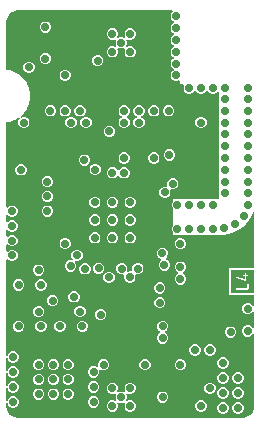
<source format=gbr>
%TF.GenerationSoftware,Altium Limited,Altium Designer,22.11.1 (43)*%
G04 Layer_Physical_Order=4*
G04 Layer_Color=16737945*
%FSLAX45Y45*%
%MOMM*%
%TF.SameCoordinates,68354FB4-E10A-4FE8-B7D5-3B9F33A940C7*%
%TF.FilePolarity,Positive*%
%TF.FileFunction,Copper,L4,Inr,Signal*%
%TF.Part,Single*%
G01*
G75*
%TA.AperFunction,ViaPad*%
%ADD44C,0.70000*%
G36*
X1429224Y3474511D02*
X1434353Y3461811D01*
X1424562Y3452020D01*
X1417300Y3434488D01*
Y3415512D01*
X1424562Y3397980D01*
X1437980Y3384562D01*
X1444471Y3381873D01*
Y3368127D01*
X1437980Y3365438D01*
X1424562Y3352020D01*
X1417300Y3334488D01*
Y3315512D01*
X1424562Y3297980D01*
X1437980Y3284562D01*
X1444471Y3281873D01*
Y3268127D01*
X1437980Y3265438D01*
X1424562Y3252020D01*
X1417300Y3234488D01*
Y3215512D01*
X1424562Y3197980D01*
X1437980Y3184562D01*
X1444471Y3181873D01*
Y3168127D01*
X1437980Y3165438D01*
X1424562Y3152020D01*
X1417300Y3134488D01*
Y3115512D01*
X1424562Y3097980D01*
X1437980Y3084562D01*
X1444471Y3081873D01*
Y3068126D01*
X1437980Y3065438D01*
X1424562Y3052020D01*
X1417300Y3034488D01*
Y3015512D01*
X1424562Y2997980D01*
X1437980Y2984562D01*
X1444471Y2981873D01*
Y2968126D01*
X1437980Y2965438D01*
X1424562Y2952019D01*
X1417300Y2934488D01*
Y2915512D01*
X1424562Y2897980D01*
X1437980Y2884562D01*
X1455512Y2877300D01*
X1474488D01*
X1487300Y2882607D01*
X1500000Y2875948D01*
Y2850000D01*
X1525949D01*
X1532607Y2837300D01*
X1527300Y2824488D01*
Y2805512D01*
X1534562Y2787980D01*
X1547980Y2774562D01*
X1565512Y2767300D01*
X1584488D01*
X1602020Y2774562D01*
X1615438Y2787980D01*
X1618127Y2794471D01*
X1631873D01*
X1634562Y2787980D01*
X1647980Y2774562D01*
X1665512Y2767300D01*
X1684488D01*
X1702020Y2774562D01*
X1715438Y2787980D01*
X1718127Y2794471D01*
X1731873D01*
X1734562Y2787980D01*
X1747980Y2774562D01*
X1765512Y2767300D01*
X1784488D01*
X1802020Y2774562D01*
X1812300Y2784842D01*
X1825000Y2780404D01*
Y1875000D01*
X1575038D01*
X1575000Y1874962D01*
X1435038D01*
Y1852496D01*
X1434562Y1852020D01*
X1427300Y1834488D01*
Y1815512D01*
X1434562Y1797980D01*
X1435038Y1797505D01*
Y1652496D01*
X1434562Y1652020D01*
X1427300Y1634488D01*
Y1615512D01*
X1434562Y1597980D01*
X1435038Y1597505D01*
Y1574924D01*
X1848037D01*
X1866196Y1574923D01*
X1902201Y1579662D01*
X1937281Y1589061D01*
X1970833Y1602958D01*
X2002284Y1621116D01*
X2031096Y1643224D01*
X2056775Y1668903D01*
X2078883Y1697715D01*
X2097041Y1729166D01*
X2110938Y1762718D01*
X2111812Y1765979D01*
X2124512Y1764307D01*
Y1292702D01*
X1912299D01*
Y1067301D01*
X2124512D01*
Y976230D01*
X2111812Y973704D01*
X2110438Y977020D01*
X2097020Y990438D01*
X2079488Y997700D01*
X2060512D01*
X2042980Y990438D01*
X2029562Y977020D01*
X2022300Y959488D01*
Y940512D01*
X2029562Y922980D01*
X2042980Y909562D01*
X2060512Y902300D01*
X2079488D01*
X2097020Y909562D01*
X2110438Y922980D01*
X2111812Y926296D01*
X2124512Y923770D01*
Y786230D01*
X2111812Y783704D01*
X2110438Y787020D01*
X2097020Y800438D01*
X2079488Y807700D01*
X2060512D01*
X2042980Y800438D01*
X2029562Y787020D01*
X2022300Y769488D01*
Y750512D01*
X2029562Y732980D01*
X2042980Y719562D01*
X2060512Y712300D01*
X2079488D01*
X2097020Y719562D01*
X2110438Y732980D01*
X2111812Y736296D01*
X2124512Y733770D01*
Y125000D01*
Y115200D01*
X2120687Y95973D01*
X2113186Y77864D01*
X2102295Y61564D01*
X2088435Y47704D01*
X2072136Y36814D01*
X2054027Y29313D01*
X2034801Y25488D01*
X2025000D01*
X125000Y25488D01*
X115199D01*
X95973Y29312D01*
X77863Y36814D01*
X61564Y47705D01*
X47704Y61565D01*
X36814Y77863D01*
X29312Y95974D01*
X25488Y115199D01*
X25488Y124999D01*
Y147866D01*
X37300Y150011D01*
X44562Y132480D01*
X57980Y119062D01*
X75512Y111800D01*
X94488D01*
X112020Y119062D01*
X125438Y132480D01*
X132700Y150012D01*
Y168988D01*
X125438Y186520D01*
X112020Y199938D01*
X94488Y207200D01*
X75512D01*
X57980Y199938D01*
X44562Y186520D01*
X37300Y168988D01*
X25488Y171133D01*
Y274867D01*
X37300Y277012D01*
X44562Y259480D01*
X57980Y246062D01*
X75512Y238800D01*
X94488D01*
X112020Y246062D01*
X125438Y259480D01*
X132700Y277012D01*
Y295988D01*
X125438Y313520D01*
X112020Y326938D01*
X94488Y334200D01*
X75512D01*
X57980Y326938D01*
X44562Y313520D01*
X37300Y295988D01*
X25488Y298134D01*
Y401867D01*
X37300Y404012D01*
X44562Y386480D01*
X57980Y373062D01*
X75512Y365800D01*
X94488D01*
X112020Y373062D01*
X125438Y386480D01*
X132700Y404012D01*
Y422988D01*
X125438Y440520D01*
X112020Y453938D01*
X94488Y461200D01*
X75512D01*
X57980Y453938D01*
X44562Y440520D01*
X37300Y422988D01*
X25488Y425134D01*
Y528867D01*
X37300Y531012D01*
X44562Y513481D01*
X57980Y500062D01*
X75512Y492800D01*
X94488D01*
X112020Y500062D01*
X125438Y513481D01*
X132700Y531012D01*
Y549988D01*
X125438Y567520D01*
X112020Y580938D01*
X94488Y588200D01*
X75512D01*
X57980Y580938D01*
X44562Y567520D01*
X37300Y549989D01*
X25488Y552134D01*
Y1364225D01*
X38188Y1369354D01*
X47980Y1359562D01*
X65512Y1352300D01*
X84488D01*
X102020Y1359562D01*
X115438Y1372980D01*
X122700Y1390512D01*
Y1409488D01*
X115438Y1427019D01*
X102020Y1440438D01*
X84488Y1447700D01*
X65512D01*
X47980Y1440438D01*
X38188Y1430646D01*
X25488Y1435774D01*
Y1489225D01*
X38188Y1494354D01*
X47980Y1484562D01*
X65512Y1477300D01*
X84488D01*
X102020Y1484562D01*
X115438Y1497980D01*
X122700Y1515512D01*
Y1534488D01*
X115438Y1552020D01*
X102020Y1565438D01*
X84488Y1572700D01*
X65512D01*
X47980Y1565438D01*
X38188Y1555646D01*
X25488Y1560775D01*
Y1614225D01*
X38188Y1619354D01*
X47980Y1609562D01*
X65512Y1602300D01*
X84488D01*
X102020Y1609562D01*
X115438Y1622980D01*
X122700Y1640512D01*
Y1659488D01*
X115438Y1677020D01*
X102020Y1690438D01*
X84488Y1697700D01*
X65512D01*
X47980Y1690438D01*
X38188Y1680646D01*
X25488Y1685775D01*
Y1739225D01*
X38188Y1744354D01*
X47980Y1734562D01*
X65512Y1727300D01*
X84488D01*
X102020Y1734562D01*
X115438Y1747980D01*
X122700Y1765512D01*
Y1784488D01*
X115438Y1802020D01*
X102020Y1815438D01*
X84488Y1822700D01*
X65512D01*
X47980Y1815438D01*
X38188Y1805646D01*
X25488Y1810775D01*
Y2526146D01*
X63029Y2533613D01*
X65349Y2534574D01*
X67811Y2535064D01*
X104033Y2550067D01*
X106120Y2551462D01*
X108440Y2552423D01*
X126435Y2564447D01*
X138606Y2564363D01*
X138609Y2564359D01*
X138609Y2564359D01*
X142346Y2559805D01*
X142160Y2559618D01*
X134562Y2552020D01*
X127300Y2534488D01*
Y2515512D01*
X134562Y2497980D01*
X147980Y2484562D01*
X165512Y2477300D01*
X184488D01*
X202020Y2484562D01*
X215438Y2497980D01*
X222700Y2515512D01*
Y2534488D01*
X215438Y2552020D01*
X202020Y2565438D01*
X184488Y2572700D01*
X165512D01*
X152207Y2567189D01*
X148688Y2572096D01*
X148688D01*
X148685Y2572101D01*
X151532Y2584005D01*
X172625Y2605098D01*
X174019Y2607185D01*
X175795Y2608960D01*
X197577Y2641560D01*
X198538Y2643879D01*
X199933Y2645967D01*
X214936Y2682189D01*
X215426Y2684651D01*
X216387Y2686970D01*
X224036Y2725424D01*
Y2727935D01*
X224525Y2730397D01*
Y2769603D01*
X224036Y2772065D01*
Y2774576D01*
X216387Y2813029D01*
X215426Y2815349D01*
X214936Y2817811D01*
X199933Y2854033D01*
X198538Y2856121D01*
X197577Y2858440D01*
X175795Y2891039D01*
X174020Y2892814D01*
X172625Y2894902D01*
X144902Y2922625D01*
X142815Y2924019D01*
X141039Y2925795D01*
X108440Y2947577D01*
X106121Y2948538D01*
X104033Y2949933D01*
X67811Y2964936D01*
X65349Y2965426D01*
X63029Y2966387D01*
X25488Y2973854D01*
Y3384801D01*
X29313Y3404027D01*
X36813Y3422136D01*
X47705Y3438436D01*
X61565Y3452296D01*
X77863Y3463186D01*
X95973Y3470687D01*
X115200Y3474512D01*
X125000D01*
X1429224Y3474511D01*
D02*
G37*
G36*
X2125000Y1080001D02*
X1924999D01*
Y1280002D01*
X2125000D01*
Y1080001D01*
D02*
G37*
%LPC*%
G36*
X366988Y3380200D02*
X348011D01*
X330480Y3372938D01*
X317062Y3359520D01*
X309800Y3341988D01*
Y3323012D01*
X317062Y3305480D01*
X330480Y3292062D01*
X348011Y3284800D01*
X366988D01*
X384519Y3292062D01*
X397938Y3305480D01*
X405200Y3323012D01*
Y3341988D01*
X397938Y3359520D01*
X384519Y3372938D01*
X366988Y3380200D01*
D02*
G37*
G36*
X1084488Y3322700D02*
X1065512D01*
X1047980Y3315438D01*
X1034562Y3302020D01*
X1027300Y3284488D01*
Y3265512D01*
X1033495Y3250557D01*
X1024443Y3241505D01*
X1009488Y3247700D01*
X990512D01*
X975556Y3241505D01*
X966505Y3250556D01*
X972700Y3265512D01*
Y3284488D01*
X965438Y3302020D01*
X952020Y3315438D01*
X934488Y3322700D01*
X915512D01*
X897980Y3315438D01*
X884562Y3302020D01*
X877300Y3284488D01*
Y3265512D01*
X884562Y3247980D01*
X897980Y3234562D01*
X915512Y3227300D01*
X934488D01*
X949444Y3233495D01*
X958495Y3224444D01*
X952300Y3209488D01*
Y3190512D01*
X958495Y3175557D01*
X949443Y3166505D01*
X934488Y3172700D01*
X915512D01*
X897980Y3165438D01*
X884562Y3152020D01*
X877300Y3134488D01*
Y3115512D01*
X884562Y3097980D01*
X897980Y3084562D01*
X915512Y3077300D01*
X934488D01*
X952020Y3084562D01*
X965438Y3097980D01*
X972700Y3115512D01*
Y3134488D01*
X966505Y3149444D01*
X975557Y3158495D01*
X990512Y3152300D01*
X1009488D01*
X1024443Y3158495D01*
X1033495Y3149443D01*
X1027300Y3134488D01*
Y3115512D01*
X1034562Y3097980D01*
X1047980Y3084562D01*
X1065512Y3077300D01*
X1084488D01*
X1102020Y3084562D01*
X1115438Y3097980D01*
X1122700Y3115512D01*
Y3134488D01*
X1115438Y3152020D01*
X1102020Y3165438D01*
X1084488Y3172700D01*
X1065512D01*
X1050557Y3166505D01*
X1041505Y3175557D01*
X1047700Y3190512D01*
Y3209488D01*
X1041505Y3224443D01*
X1050556Y3233495D01*
X1065512Y3227300D01*
X1084488D01*
X1102020Y3234562D01*
X1115438Y3247980D01*
X1122700Y3265512D01*
Y3284488D01*
X1115438Y3302020D01*
X1102020Y3315438D01*
X1084488Y3322700D01*
D02*
G37*
G36*
X366988Y3115200D02*
X348011D01*
X330480Y3107938D01*
X317062Y3094520D01*
X309800Y3076988D01*
Y3058012D01*
X317062Y3040480D01*
X330480Y3027062D01*
X348011Y3019800D01*
X366988D01*
X384519Y3027062D01*
X397938Y3040480D01*
X405200Y3058012D01*
Y3076988D01*
X397938Y3094520D01*
X384519Y3107938D01*
X366988Y3115200D01*
D02*
G37*
G36*
X809488Y3097700D02*
X790512D01*
X772980Y3090438D01*
X759562Y3077020D01*
X752300Y3059488D01*
Y3040512D01*
X759562Y3022980D01*
X772980Y3009562D01*
X790512Y3002300D01*
X809488D01*
X827020Y3009562D01*
X840438Y3022980D01*
X847700Y3040512D01*
Y3059488D01*
X840438Y3077020D01*
X827020Y3090438D01*
X809488Y3097700D01*
D02*
G37*
G36*
X226988Y3040200D02*
X208012D01*
X190480Y3032938D01*
X177062Y3019520D01*
X169800Y3001988D01*
Y2983012D01*
X177062Y2965480D01*
X190480Y2952062D01*
X208012Y2944800D01*
X226988D01*
X244520Y2952062D01*
X257938Y2965480D01*
X265200Y2983012D01*
Y3001988D01*
X257938Y3019520D01*
X244520Y3032938D01*
X226988Y3040200D01*
D02*
G37*
G36*
X534488Y2972700D02*
X515512D01*
X497980Y2965438D01*
X484562Y2952020D01*
X477300Y2934488D01*
Y2915512D01*
X484562Y2897980D01*
X497980Y2884562D01*
X515512Y2877300D01*
X534488D01*
X552020Y2884562D01*
X565438Y2897980D01*
X572700Y2915512D01*
Y2934488D01*
X565438Y2952020D01*
X552020Y2965438D01*
X534488Y2972700D01*
D02*
G37*
G36*
X1409488Y2672700D02*
X1390512D01*
X1372980Y2665438D01*
X1359562Y2652020D01*
X1352300Y2634489D01*
Y2615512D01*
X1359562Y2597981D01*
X1372980Y2584562D01*
X1390512Y2577300D01*
X1409488D01*
X1427020Y2584562D01*
X1440438Y2597981D01*
X1447700Y2615512D01*
Y2634489D01*
X1440438Y2652020D01*
X1427020Y2665438D01*
X1409488Y2672700D01*
D02*
G37*
G36*
X1284488Y2672700D02*
X1265512D01*
X1247980Y2665438D01*
X1234562Y2652020D01*
X1227300Y2634488D01*
Y2615512D01*
X1234562Y2597980D01*
X1247980Y2584562D01*
X1265512Y2577300D01*
X1284488D01*
X1302019Y2584562D01*
X1315438Y2597980D01*
X1322700Y2615512D01*
Y2634488D01*
X1315438Y2652020D01*
X1302019Y2665438D01*
X1284488Y2672700D01*
D02*
G37*
G36*
X659488D02*
X640512D01*
X622980Y2665438D01*
X609562Y2652020D01*
X602300Y2634488D01*
Y2615512D01*
X609562Y2597980D01*
X622980Y2584562D01*
X640512Y2577300D01*
X659488D01*
X677020Y2584562D01*
X690438Y2597980D01*
X697700Y2615512D01*
Y2634488D01*
X690438Y2652020D01*
X677020Y2665438D01*
X659488Y2672700D01*
D02*
G37*
G36*
X534488D02*
X515512D01*
X497980Y2665438D01*
X484562Y2652020D01*
X477300Y2634488D01*
Y2615512D01*
X484562Y2597980D01*
X497980Y2584562D01*
X515512Y2577300D01*
X534488D01*
X552020Y2584562D01*
X565438Y2597980D01*
X572700Y2615512D01*
Y2634488D01*
X565438Y2652020D01*
X552020Y2665438D01*
X534488Y2672700D01*
D02*
G37*
G36*
X409488D02*
X390512D01*
X372980Y2665438D01*
X359562Y2652020D01*
X352300Y2634488D01*
Y2615512D01*
X359562Y2597980D01*
X372980Y2584562D01*
X390512Y2577300D01*
X409488D01*
X427020Y2584562D01*
X440438Y2597980D01*
X447700Y2615512D01*
Y2634488D01*
X440438Y2652020D01*
X427020Y2665438D01*
X409488Y2672700D01*
D02*
G37*
G36*
X1684488Y2572700D02*
X1665512D01*
X1647980Y2565438D01*
X1634562Y2552020D01*
X1627300Y2534488D01*
Y2515512D01*
X1634562Y2497980D01*
X1647980Y2484562D01*
X1665512Y2477300D01*
X1684488D01*
X1702020Y2484562D01*
X1715438Y2497980D01*
X1722700Y2515512D01*
Y2534488D01*
X1715438Y2552020D01*
X1702020Y2565438D01*
X1684488Y2572700D01*
D02*
G37*
G36*
X1159488Y2672700D02*
X1140512D01*
X1122980Y2665438D01*
X1109562Y2652020D01*
X1102300Y2634488D01*
Y2615512D01*
X1109562Y2597980D01*
X1122980Y2584562D01*
X1129471Y2581873D01*
Y2568127D01*
X1122980Y2565438D01*
X1109562Y2552020D01*
X1102300Y2534488D01*
Y2515512D01*
X1109562Y2497980D01*
X1122980Y2484562D01*
X1140512Y2477300D01*
X1159488D01*
X1177020Y2484562D01*
X1190438Y2497980D01*
X1197700Y2515512D01*
Y2534488D01*
X1190438Y2552020D01*
X1177020Y2565438D01*
X1170529Y2568127D01*
Y2581873D01*
X1177020Y2584562D01*
X1190438Y2597980D01*
X1197700Y2615512D01*
Y2634488D01*
X1190438Y2652020D01*
X1177020Y2665438D01*
X1159488Y2672700D01*
D02*
G37*
G36*
X1034488D02*
X1015512D01*
X997980Y2665438D01*
X984562Y2652020D01*
X977300Y2634488D01*
Y2615512D01*
X984562Y2597980D01*
X997980Y2584562D01*
X1004471Y2581873D01*
Y2568127D01*
X997980Y2565438D01*
X984562Y2552020D01*
X977300Y2534488D01*
Y2515512D01*
X984562Y2497980D01*
X997980Y2484562D01*
X1015512Y2477300D01*
X1034488D01*
X1052020Y2484562D01*
X1065438Y2497980D01*
X1072700Y2515512D01*
Y2534488D01*
X1065438Y2552020D01*
X1052020Y2565438D01*
X1045529Y2568127D01*
Y2581873D01*
X1052020Y2584562D01*
X1065438Y2597980D01*
X1072700Y2615512D01*
Y2634488D01*
X1065438Y2652020D01*
X1052020Y2665438D01*
X1034488Y2672700D01*
D02*
G37*
G36*
X709488Y2572700D02*
X690512D01*
X672980Y2565438D01*
X659562Y2552020D01*
X652300Y2534488D01*
Y2515512D01*
X659562Y2497980D01*
X672980Y2484562D01*
X690512Y2477300D01*
X709488D01*
X727020Y2484562D01*
X740438Y2497980D01*
X747700Y2515512D01*
Y2534488D01*
X740438Y2552020D01*
X727020Y2565438D01*
X709488Y2572700D01*
D02*
G37*
G36*
X584488D02*
X565512D01*
X547980Y2565438D01*
X534562Y2552020D01*
X527300Y2534488D01*
Y2515512D01*
X534562Y2497980D01*
X547980Y2484562D01*
X565512Y2477300D01*
X584488D01*
X602020Y2484562D01*
X615438Y2497980D01*
X622700Y2515512D01*
Y2534488D01*
X615438Y2552020D01*
X602020Y2565438D01*
X584488Y2572700D01*
D02*
G37*
G36*
X909488Y2497700D02*
X890512D01*
X872980Y2490438D01*
X859562Y2477020D01*
X852300Y2459488D01*
Y2440512D01*
X859562Y2422980D01*
X872980Y2409562D01*
X890512Y2402300D01*
X909488D01*
X927020Y2409562D01*
X940438Y2422980D01*
X947700Y2440512D01*
Y2459488D01*
X940438Y2477020D01*
X927020Y2490438D01*
X909488Y2497700D01*
D02*
G37*
G36*
X1416988Y2297700D02*
X1398012D01*
X1380480Y2290438D01*
X1367062Y2277020D01*
X1359800Y2259488D01*
Y2240512D01*
X1367062Y2222981D01*
X1380480Y2209562D01*
X1398012Y2202300D01*
X1416988D01*
X1434520Y2209562D01*
X1447938Y2222981D01*
X1455200Y2240512D01*
Y2259488D01*
X1447938Y2277020D01*
X1434520Y2290438D01*
X1416988Y2297700D01*
D02*
G37*
G36*
X1284488Y2272700D02*
X1265512D01*
X1247980Y2265438D01*
X1234562Y2252020D01*
X1227300Y2234488D01*
Y2215512D01*
X1234562Y2197980D01*
X1247980Y2184562D01*
X1265512Y2177300D01*
X1284488D01*
X1302020Y2184562D01*
X1315438Y2197980D01*
X1322700Y2215512D01*
Y2234488D01*
X1315438Y2252020D01*
X1302020Y2265438D01*
X1284488Y2272700D01*
D02*
G37*
G36*
X1034488D02*
X1015512D01*
X997980Y2265438D01*
X984562Y2252020D01*
X977300Y2234488D01*
Y2215512D01*
X984562Y2197980D01*
X997980Y2184562D01*
X1015512Y2177300D01*
X1034488D01*
X1052020Y2184562D01*
X1065438Y2197980D01*
X1072700Y2215512D01*
Y2234488D01*
X1065438Y2252020D01*
X1052020Y2265438D01*
X1034488Y2272700D01*
D02*
G37*
G36*
X697178Y2253790D02*
X678202D01*
X660671Y2246528D01*
X647252Y2233110D01*
X639990Y2215578D01*
Y2196602D01*
X647252Y2179070D01*
X660671Y2165652D01*
X678202Y2158390D01*
X697178D01*
X714710Y2165652D01*
X728128Y2179070D01*
X735390Y2196602D01*
Y2215578D01*
X728128Y2233110D01*
X714710Y2246528D01*
X697178Y2253790D01*
D02*
G37*
G36*
X1034488Y2147700D02*
X1015512D01*
X997980Y2140438D01*
X984562Y2127020D01*
X981873Y2120529D01*
X968127D01*
X965438Y2127020D01*
X952020Y2140438D01*
X934488Y2147700D01*
X915512D01*
X897980Y2140438D01*
X884562Y2127020D01*
X877300Y2109488D01*
Y2090512D01*
X884562Y2072980D01*
X897980Y2059562D01*
X915512Y2052300D01*
X934488D01*
X952020Y2059562D01*
X965438Y2072980D01*
X968127Y2079471D01*
X981873D01*
X984562Y2072980D01*
X997980Y2059562D01*
X1015512Y2052300D01*
X1034488D01*
X1052020Y2059562D01*
X1065438Y2072980D01*
X1072700Y2090512D01*
Y2109488D01*
X1065438Y2127020D01*
X1052020Y2140438D01*
X1034488Y2147700D01*
D02*
G37*
G36*
X788045Y2175042D02*
X769069D01*
X751537Y2167780D01*
X738119Y2154362D01*
X730857Y2136830D01*
Y2117854D01*
X738119Y2100322D01*
X751537Y2086904D01*
X769069Y2079642D01*
X788045D01*
X805576Y2086904D01*
X818995Y2100322D01*
X826257Y2117854D01*
Y2136830D01*
X818995Y2154362D01*
X805576Y2167780D01*
X788045Y2175042D01*
D02*
G37*
G36*
X159488Y2172700D02*
X140512D01*
X122980Y2165438D01*
X109562Y2152020D01*
X102300Y2134488D01*
Y2115512D01*
X109562Y2097980D01*
X122980Y2084562D01*
X140512Y2077300D01*
X159488D01*
X177020Y2084562D01*
X190438Y2097980D01*
X197700Y2115512D01*
Y2134488D01*
X190438Y2152020D01*
X177020Y2165438D01*
X159488Y2172700D01*
D02*
G37*
G36*
X1444881Y2055248D02*
X1425905D01*
X1408373Y2047986D01*
X1394955Y2034568D01*
X1387693Y2017036D01*
Y1998060D01*
X1391304Y1989343D01*
X1381584Y1979622D01*
X1377588Y1981277D01*
X1358612D01*
X1341080Y1974016D01*
X1327662Y1960597D01*
X1320400Y1943066D01*
Y1924089D01*
X1327662Y1906558D01*
X1341080Y1893139D01*
X1358612Y1885878D01*
X1377588D01*
X1395120Y1893139D01*
X1408538Y1906558D01*
X1415800Y1924089D01*
Y1943066D01*
X1412189Y1951783D01*
X1421910Y1961503D01*
X1425905Y1959848D01*
X1444881D01*
X1462413Y1967110D01*
X1475831Y1980528D01*
X1483093Y1998060D01*
Y2017036D01*
X1475831Y2034568D01*
X1462413Y2047986D01*
X1444881Y2055248D01*
D02*
G37*
G36*
X384488Y2072700D02*
X365512D01*
X347980Y2065438D01*
X334562Y2052020D01*
X327300Y2034488D01*
Y2015512D01*
X334562Y1997980D01*
X347980Y1984562D01*
X365512Y1977300D01*
X384488D01*
X402020Y1984562D01*
X415438Y1997980D01*
X422700Y2015512D01*
Y2034488D01*
X415438Y2052020D01*
X402020Y2065438D01*
X384488Y2072700D01*
D02*
G37*
G36*
Y1947700D02*
X365512D01*
X347980Y1940438D01*
X334562Y1927020D01*
X327300Y1909488D01*
Y1890512D01*
X334562Y1872980D01*
X347980Y1859562D01*
X365512Y1852300D01*
X384488D01*
X402020Y1859562D01*
X415438Y1872980D01*
X422700Y1890512D01*
Y1909488D01*
X415438Y1927020D01*
X402020Y1940438D01*
X384488Y1947700D01*
D02*
G37*
G36*
X1084488Y1897700D02*
X1065512D01*
X1047980Y1890438D01*
X1034562Y1877020D01*
X1027300Y1859488D01*
Y1840512D01*
X1034562Y1822980D01*
X1047980Y1809562D01*
X1065512Y1802300D01*
X1084488D01*
X1102020Y1809562D01*
X1115438Y1822980D01*
X1122700Y1840512D01*
Y1859488D01*
X1115438Y1877020D01*
X1102020Y1890438D01*
X1084488Y1897700D01*
D02*
G37*
G36*
X934488D02*
X915512D01*
X897980Y1890438D01*
X884562Y1877020D01*
X877300Y1859488D01*
Y1840512D01*
X884562Y1822980D01*
X897980Y1809562D01*
X915512Y1802300D01*
X934488D01*
X952020Y1809562D01*
X965438Y1822980D01*
X972700Y1840512D01*
Y1859488D01*
X965438Y1877020D01*
X952020Y1890438D01*
X934488Y1897700D01*
D02*
G37*
G36*
X784488D02*
X765512D01*
X747980Y1890438D01*
X734562Y1877020D01*
X727300Y1859488D01*
Y1840512D01*
X734562Y1822980D01*
X747980Y1809562D01*
X765512Y1802300D01*
X784488D01*
X802020Y1809562D01*
X815438Y1822980D01*
X822700Y1840512D01*
Y1859488D01*
X815438Y1877020D01*
X802020Y1890438D01*
X784488Y1897700D01*
D02*
G37*
G36*
X384488Y1822700D02*
X365512D01*
X347980Y1815438D01*
X334562Y1802020D01*
X327300Y1784488D01*
Y1765512D01*
X334562Y1747980D01*
X347980Y1734562D01*
X365512Y1727300D01*
X384488D01*
X402020Y1734562D01*
X415438Y1747980D01*
X422700Y1765512D01*
Y1784488D01*
X415438Y1802020D01*
X402020Y1815438D01*
X384488Y1822700D01*
D02*
G37*
G36*
X1084488Y1747700D02*
X1065512D01*
X1047980Y1740438D01*
X1034562Y1727020D01*
X1027300Y1709488D01*
Y1690512D01*
X1034562Y1672980D01*
X1047980Y1659562D01*
X1065512Y1652300D01*
X1084488D01*
X1102020Y1659562D01*
X1115438Y1672980D01*
X1122700Y1690512D01*
Y1709488D01*
X1115438Y1727020D01*
X1102020Y1740438D01*
X1084488Y1747700D01*
D02*
G37*
G36*
X934488D02*
X915512D01*
X897980Y1740438D01*
X884562Y1727020D01*
X877300Y1709488D01*
Y1690512D01*
X884562Y1672980D01*
X897980Y1659562D01*
X915512Y1652300D01*
X934488D01*
X952020Y1659562D01*
X965438Y1672980D01*
X972700Y1690512D01*
Y1709488D01*
X965438Y1727020D01*
X952020Y1740438D01*
X934488Y1747700D01*
D02*
G37*
G36*
X784488D02*
X765512D01*
X747980Y1740438D01*
X734562Y1727020D01*
X727300Y1709488D01*
Y1690512D01*
X734562Y1672980D01*
X747980Y1659562D01*
X765512Y1652300D01*
X784488D01*
X802020Y1659562D01*
X815438Y1672980D01*
X822700Y1690512D01*
Y1709488D01*
X815438Y1727020D01*
X802020Y1740438D01*
X784488Y1747700D01*
D02*
G37*
G36*
X1084488Y1597700D02*
X1065512D01*
X1047980Y1590438D01*
X1034562Y1577020D01*
X1027300Y1559488D01*
Y1540512D01*
X1034562Y1522980D01*
X1047980Y1509562D01*
X1065512Y1502300D01*
X1084488D01*
X1102020Y1509562D01*
X1115438Y1522980D01*
X1122700Y1540512D01*
Y1559488D01*
X1115438Y1577020D01*
X1102020Y1590438D01*
X1084488Y1597700D01*
D02*
G37*
G36*
X934488D02*
X915512D01*
X897980Y1590438D01*
X884562Y1577020D01*
X877300Y1559488D01*
Y1540512D01*
X884562Y1522980D01*
X897980Y1509562D01*
X915512Y1502300D01*
X934488D01*
X952020Y1509562D01*
X965438Y1522980D01*
X972700Y1540512D01*
Y1559488D01*
X965438Y1577020D01*
X952020Y1590438D01*
X934488Y1597700D01*
D02*
G37*
G36*
X784488D02*
X765512D01*
X747980Y1590438D01*
X734562Y1577020D01*
X727300Y1559488D01*
Y1540512D01*
X734562Y1522980D01*
X747980Y1509562D01*
X765512Y1502300D01*
X784488D01*
X802020Y1509562D01*
X815438Y1522980D01*
X822700Y1540512D01*
Y1559488D01*
X815438Y1577020D01*
X802020Y1590438D01*
X784488Y1597700D01*
D02*
G37*
G36*
X1509488Y1547700D02*
X1490512D01*
X1472980Y1540438D01*
X1459562Y1527020D01*
X1452300Y1509488D01*
Y1490512D01*
X1459562Y1472980D01*
X1472980Y1459562D01*
X1490512Y1452300D01*
X1509488D01*
X1527020Y1459562D01*
X1540438Y1472980D01*
X1547700Y1490512D01*
Y1509488D01*
X1540438Y1527020D01*
X1527020Y1540438D01*
X1509488Y1547700D01*
D02*
G37*
G36*
X534488D02*
X515512D01*
X497980Y1540438D01*
X484562Y1527020D01*
X477300Y1509488D01*
Y1490512D01*
X484562Y1472980D01*
X497980Y1459562D01*
X515512Y1452300D01*
X534488D01*
X552020Y1459562D01*
X565438Y1472980D01*
X572700Y1490512D01*
Y1509488D01*
X565438Y1527020D01*
X552020Y1540438D01*
X534488Y1547700D01*
D02*
G37*
G36*
X634488Y1447700D02*
X615512D01*
X597980Y1440438D01*
X584562Y1427020D01*
X577300Y1409488D01*
Y1390512D01*
X584562Y1372980D01*
X590768Y1366774D01*
X583574Y1356007D01*
X579488Y1357700D01*
X560512D01*
X542980Y1350438D01*
X529562Y1337020D01*
X522300Y1319488D01*
Y1300512D01*
X529562Y1282980D01*
X542980Y1269562D01*
X560512Y1262300D01*
X579488D01*
X597020Y1269562D01*
X610438Y1282980D01*
X617700Y1300512D01*
Y1319488D01*
X610438Y1337020D01*
X604231Y1343226D01*
X611425Y1353993D01*
X615512Y1352300D01*
X634488D01*
X652020Y1359562D01*
X665438Y1372980D01*
X672700Y1390512D01*
Y1409488D01*
X665438Y1427020D01*
X652020Y1440438D01*
X634488Y1447700D01*
D02*
G37*
G36*
X1358092Y1465485D02*
X1339116D01*
X1321584Y1458223D01*
X1308166Y1444805D01*
X1300904Y1427273D01*
Y1408297D01*
X1308166Y1390765D01*
X1321584Y1377347D01*
X1334759Y1371890D01*
X1336447Y1366182D01*
X1337065Y1358634D01*
X1336999Y1358262D01*
X1324962Y1346225D01*
X1317700Y1328694D01*
Y1309717D01*
X1324962Y1292186D01*
X1338380Y1278768D01*
X1355912Y1271506D01*
X1374888D01*
X1392420Y1278768D01*
X1405838Y1292186D01*
X1413100Y1309717D01*
Y1328694D01*
X1405838Y1346225D01*
X1392420Y1359644D01*
X1379245Y1365101D01*
X1377557Y1370809D01*
X1376939Y1378356D01*
X1377005Y1378729D01*
X1389042Y1390765D01*
X1396304Y1408297D01*
Y1427273D01*
X1389042Y1444805D01*
X1375624Y1458223D01*
X1358092Y1465485D01*
D02*
G37*
G36*
X1149488Y1337300D02*
X1130512D01*
X1112980Y1330038D01*
X1099562Y1316619D01*
X1092300Y1299088D01*
Y1280111D01*
X1095584Y1272184D01*
X1085863Y1262464D01*
X1080915Y1264514D01*
X1061938D01*
X1056877Y1262418D01*
X1047157Y1272138D01*
X1050400Y1279967D01*
Y1298943D01*
X1043138Y1316475D01*
X1029720Y1329893D01*
X1012188Y1337155D01*
X993212D01*
X975680Y1329893D01*
X962262Y1316475D01*
X955000Y1298943D01*
Y1279967D01*
X962262Y1262435D01*
X975680Y1249017D01*
X993212Y1241755D01*
X1012188D01*
X1017249Y1243851D01*
X1026969Y1234131D01*
X1023726Y1226302D01*
Y1207326D01*
X1030988Y1189794D01*
X1044407Y1176376D01*
X1061938Y1169114D01*
X1080915D01*
X1098446Y1176376D01*
X1111864Y1189794D01*
X1119126Y1207326D01*
Y1226302D01*
X1115843Y1234229D01*
X1125563Y1243950D01*
X1130512Y1241900D01*
X1149488D01*
X1167020Y1249162D01*
X1180438Y1262580D01*
X1187700Y1280111D01*
Y1299088D01*
X1180438Y1316619D01*
X1167020Y1330038D01*
X1149488Y1337300D01*
D02*
G37*
G36*
X816788Y1337700D02*
X797812D01*
X780280Y1330438D01*
X766862Y1317020D01*
X759600Y1299488D01*
Y1280512D01*
X766862Y1262980D01*
X780280Y1249562D01*
X797812Y1242300D01*
X816788D01*
X834320Y1249562D01*
X847738Y1262980D01*
X855000Y1280512D01*
Y1299488D01*
X847738Y1317020D01*
X834320Y1330438D01*
X816788Y1337700D01*
D02*
G37*
G36*
X701176Y1335400D02*
X682200D01*
X664668Y1328139D01*
X651250Y1314720D01*
X643988Y1297189D01*
Y1278212D01*
X651250Y1260681D01*
X664668Y1247262D01*
X682200Y1240001D01*
X701176D01*
X718708Y1247262D01*
X732126Y1260681D01*
X739388Y1278212D01*
Y1297189D01*
X732126Y1314720D01*
X718708Y1328139D01*
X701176Y1335400D01*
D02*
G37*
G36*
X309488Y1322700D02*
X290512D01*
X272980Y1315438D01*
X259562Y1302020D01*
X252300Y1284488D01*
Y1265512D01*
X259562Y1247980D01*
X272980Y1234562D01*
X290512Y1227300D01*
X309488D01*
X327020Y1234562D01*
X340438Y1247980D01*
X347700Y1265512D01*
Y1284488D01*
X340438Y1302020D01*
X327020Y1315438D01*
X309488Y1322700D01*
D02*
G37*
G36*
X905141Y1261753D02*
X886165D01*
X868633Y1254491D01*
X855215Y1241073D01*
X847953Y1223541D01*
Y1204565D01*
X855215Y1187033D01*
X868633Y1173615D01*
X886165Y1166353D01*
X905141D01*
X922673Y1173615D01*
X936091Y1187033D01*
X943353Y1204565D01*
Y1223541D01*
X936091Y1241073D01*
X922673Y1254491D01*
X905141Y1261753D01*
D02*
G37*
G36*
X1509488Y1347700D02*
X1490512D01*
X1472980Y1340438D01*
X1459562Y1327020D01*
X1452300Y1309488D01*
Y1290512D01*
X1459562Y1272980D01*
X1472980Y1259562D01*
X1479471Y1256874D01*
Y1243127D01*
X1472980Y1240438D01*
X1459562Y1227020D01*
X1452300Y1209488D01*
Y1190512D01*
X1459562Y1172980D01*
X1472980Y1159562D01*
X1490512Y1152300D01*
X1509488D01*
X1527020Y1159562D01*
X1540438Y1172980D01*
X1547700Y1190512D01*
Y1209488D01*
X1540438Y1227020D01*
X1527020Y1240438D01*
X1520529Y1243127D01*
Y1256874D01*
X1527020Y1259562D01*
X1540438Y1272980D01*
X1547700Y1290512D01*
Y1309488D01*
X1540438Y1327020D01*
X1527020Y1340438D01*
X1509488Y1347700D01*
D02*
G37*
G36*
X329488Y1197700D02*
X310512D01*
X292980Y1190438D01*
X279562Y1177019D01*
X272300Y1159488D01*
Y1140512D01*
X279562Y1122980D01*
X292980Y1109562D01*
X310512Y1102300D01*
X329488D01*
X347020Y1109562D01*
X360438Y1122980D01*
X367700Y1140512D01*
Y1159488D01*
X360438Y1177019D01*
X347020Y1190438D01*
X329488Y1197700D01*
D02*
G37*
G36*
X139488D02*
X120512D01*
X102980Y1190438D01*
X89562Y1177019D01*
X82300Y1159488D01*
Y1140512D01*
X89562Y1122980D01*
X102980Y1109562D01*
X120512Y1102300D01*
X139488D01*
X157020Y1109562D01*
X170438Y1122980D01*
X177700Y1140512D01*
Y1159488D01*
X170438Y1177019D01*
X157020Y1190438D01*
X139488Y1197700D01*
D02*
G37*
G36*
X1334488Y1172700D02*
X1315512D01*
X1297980Y1165438D01*
X1284562Y1152020D01*
X1277300Y1134488D01*
Y1115512D01*
X1284562Y1097980D01*
X1297980Y1084562D01*
X1315512Y1077300D01*
X1334488D01*
X1352020Y1084562D01*
X1365438Y1097980D01*
X1372700Y1115512D01*
Y1134488D01*
X1365438Y1152020D01*
X1352020Y1165438D01*
X1334488Y1172700D01*
D02*
G37*
G36*
X609488Y1097700D02*
X590512D01*
X572980Y1090438D01*
X559562Y1077020D01*
X552300Y1059488D01*
Y1040512D01*
X559562Y1022980D01*
X572980Y1009562D01*
X590512Y1002300D01*
X609488D01*
X627020Y1009562D01*
X640438Y1022980D01*
X647700Y1040512D01*
Y1059488D01*
X640438Y1077020D01*
X627020Y1090438D01*
X609488Y1097700D01*
D02*
G37*
G36*
X427114Y1065326D02*
X408137D01*
X390606Y1058064D01*
X377187Y1044645D01*
X369926Y1027114D01*
Y1008137D01*
X377187Y990606D01*
X390606Y977188D01*
X408137Y969926D01*
X427114D01*
X444645Y977188D01*
X458064Y990606D01*
X465325Y1008137D01*
Y1027114D01*
X458064Y1044645D01*
X444645Y1058064D01*
X427114Y1065326D01*
D02*
G37*
G36*
X1334488Y1047700D02*
X1315512D01*
X1297980Y1040438D01*
X1284562Y1027020D01*
X1277300Y1009488D01*
Y990512D01*
X1284562Y972980D01*
X1297980Y959562D01*
X1315512Y952300D01*
X1334488D01*
X1352020Y959562D01*
X1365438Y972980D01*
X1372700Y990512D01*
Y1009488D01*
X1365438Y1027020D01*
X1352020Y1040438D01*
X1334488Y1047700D01*
D02*
G37*
G36*
X659488Y972700D02*
X640512D01*
X622980Y965438D01*
X609562Y952020D01*
X602300Y934488D01*
Y915512D01*
X609562Y897980D01*
X622980Y884562D01*
X640512Y877300D01*
X659488D01*
X677020Y884562D01*
X690438Y897980D01*
X697700Y915512D01*
Y934488D01*
X690438Y952020D01*
X677020Y965438D01*
X659488Y972700D01*
D02*
G37*
G36*
X309488D02*
X290512D01*
X272980Y965438D01*
X259562Y952020D01*
X252300Y934488D01*
Y915512D01*
X259562Y897980D01*
X272980Y884562D01*
X290512Y877300D01*
X309488D01*
X327020Y884562D01*
X340438Y897980D01*
X347700Y915512D01*
Y934488D01*
X340438Y952020D01*
X327020Y965438D01*
X309488Y972700D01*
D02*
G37*
G36*
X834488Y947700D02*
X815512D01*
X797980Y940438D01*
X784562Y927020D01*
X777300Y909488D01*
Y890512D01*
X784562Y872980D01*
X797980Y859562D01*
X815512Y852300D01*
X834488D01*
X852020Y859562D01*
X865438Y872980D01*
X872700Y890512D01*
Y909488D01*
X865438Y927020D01*
X852020Y940438D01*
X834488Y947700D01*
D02*
G37*
G36*
X679488Y847700D02*
X660512D01*
X642980Y840438D01*
X629562Y827019D01*
X622300Y809488D01*
Y790511D01*
X629562Y772980D01*
X642980Y759562D01*
X660512Y752300D01*
X679488D01*
X697020Y759562D01*
X710438Y772980D01*
X717700Y790511D01*
Y809488D01*
X710438Y827019D01*
X697020Y840438D01*
X679488Y847700D01*
D02*
G37*
G36*
X489488D02*
X470512D01*
X452980Y840438D01*
X439562Y827019D01*
X432300Y809488D01*
Y790511D01*
X439562Y772980D01*
X452980Y759562D01*
X470512Y752300D01*
X489488D01*
X507020Y759562D01*
X520438Y772980D01*
X527700Y790511D01*
Y809488D01*
X520438Y827019D01*
X507020Y840438D01*
X489488Y847700D01*
D02*
G37*
G36*
X329488D02*
X310512D01*
X292980Y840438D01*
X279562Y827019D01*
X272300Y809488D01*
Y790511D01*
X279562Y772980D01*
X292980Y759562D01*
X310512Y752300D01*
X329488D01*
X347020Y759562D01*
X360438Y772980D01*
X367700Y790511D01*
Y809488D01*
X360438Y827019D01*
X347020Y840438D01*
X329488Y847700D01*
D02*
G37*
G36*
X139488D02*
X120512D01*
X102980Y840438D01*
X89562Y827019D01*
X82300Y809488D01*
Y790511D01*
X89562Y772980D01*
X102980Y759562D01*
X120512Y752300D01*
X139488D01*
X157020Y759562D01*
X170438Y772980D01*
X177700Y790511D01*
Y809488D01*
X170438Y827019D01*
X157020Y840438D01*
X139488Y847700D01*
D02*
G37*
G36*
X1934488Y797700D02*
X1915512D01*
X1897980Y790438D01*
X1884562Y777020D01*
X1877300Y759488D01*
Y740512D01*
X1884562Y722980D01*
X1897980Y709562D01*
X1915512Y702300D01*
X1934488D01*
X1952020Y709562D01*
X1965438Y722980D01*
X1972700Y740512D01*
Y759488D01*
X1965438Y777020D01*
X1952020Y790438D01*
X1934488Y797700D01*
D02*
G37*
G36*
X1359488Y847700D02*
X1340512D01*
X1322980Y840438D01*
X1309562Y827020D01*
X1302300Y809488D01*
Y790512D01*
X1309562Y772980D01*
X1322980Y759562D01*
X1329471Y756873D01*
Y743127D01*
X1322980Y740438D01*
X1309562Y727020D01*
X1302300Y709488D01*
Y690512D01*
X1309562Y672980D01*
X1322980Y659562D01*
X1340512Y652300D01*
X1359488D01*
X1377020Y659562D01*
X1390438Y672980D01*
X1397700Y690512D01*
Y709488D01*
X1390438Y727020D01*
X1377020Y740438D01*
X1370529Y743127D01*
Y756873D01*
X1377020Y759562D01*
X1390438Y772980D01*
X1397700Y790512D01*
Y809488D01*
X1390438Y827020D01*
X1377020Y840438D01*
X1359488Y847700D01*
D02*
G37*
G36*
X1759488Y647700D02*
X1740512D01*
X1722980Y640438D01*
X1709562Y627020D01*
X1702300Y609488D01*
Y590512D01*
X1709562Y572980D01*
X1722980Y559562D01*
X1740512Y552300D01*
X1759488D01*
X1777020Y559562D01*
X1790438Y572980D01*
X1797700Y590512D01*
Y609488D01*
X1790438Y627020D01*
X1777020Y640438D01*
X1759488Y647700D01*
D02*
G37*
G36*
X1634488D02*
X1615512D01*
X1597981Y640438D01*
X1584562Y627020D01*
X1577300Y609488D01*
Y590512D01*
X1584562Y572980D01*
X1597981Y559562D01*
X1615512Y552300D01*
X1634488D01*
X1652020Y559562D01*
X1665438Y572980D01*
X1672700Y590512D01*
Y609488D01*
X1665438Y627020D01*
X1652020Y640438D01*
X1634488Y647700D01*
D02*
G37*
G36*
X859488Y522700D02*
X840512D01*
X822980Y515438D01*
X809562Y502020D01*
X802300Y484488D01*
Y465512D01*
X805054Y458865D01*
X794287Y451671D01*
X792020Y453938D01*
X774488Y461200D01*
X755512D01*
X737980Y453938D01*
X724562Y440520D01*
X717300Y422988D01*
Y404012D01*
X724562Y386480D01*
X737980Y373062D01*
X755512Y365800D01*
X774488D01*
X792020Y373062D01*
X805438Y386480D01*
X812700Y404012D01*
Y422988D01*
X809947Y429635D01*
X820713Y436829D01*
X822980Y434562D01*
X840512Y427300D01*
X859488D01*
X877020Y434562D01*
X890438Y447981D01*
X897700Y465512D01*
Y484488D01*
X890438Y502020D01*
X877020Y515438D01*
X859488Y522700D01*
D02*
G37*
G36*
X1870988Y538200D02*
X1852012D01*
X1834480Y530938D01*
X1821062Y517520D01*
X1813800Y499988D01*
Y481012D01*
X1821062Y463480D01*
X1834480Y450062D01*
X1852012Y442800D01*
X1870988D01*
X1888520Y450062D01*
X1901938Y463480D01*
X1909200Y481012D01*
Y499988D01*
X1901938Y517520D01*
X1888520Y530938D01*
X1870988Y538200D01*
D02*
G37*
G36*
X1209488Y522700D02*
X1190512D01*
X1172980Y515438D01*
X1159562Y502020D01*
X1152300Y484488D01*
Y465512D01*
X1159562Y447981D01*
X1172980Y434562D01*
X1190512Y427300D01*
X1209488D01*
X1227020Y434562D01*
X1240438Y447981D01*
X1247700Y465512D01*
Y484488D01*
X1240438Y502020D01*
X1227020Y515438D01*
X1209488Y522700D01*
D02*
G37*
G36*
X1509488Y522700D02*
X1490512D01*
X1472980Y515438D01*
X1459562Y502020D01*
X1452300Y484488D01*
Y465512D01*
X1459562Y447980D01*
X1472980Y434562D01*
X1490512Y427300D01*
X1509488D01*
X1527020Y434562D01*
X1540438Y447980D01*
X1547700Y465512D01*
Y484488D01*
X1540438Y502020D01*
X1527020Y515438D01*
X1509488Y522700D01*
D02*
G37*
G36*
X559488D02*
X540512D01*
X522980Y515438D01*
X509562Y502020D01*
X502300Y484488D01*
Y465512D01*
X509562Y447980D01*
X522980Y434562D01*
X540512Y427300D01*
X559488D01*
X577020Y434562D01*
X590438Y447980D01*
X597700Y465512D01*
Y484488D01*
X590438Y502020D01*
X577020Y515438D01*
X559488Y522700D01*
D02*
G37*
G36*
X434488D02*
X415512D01*
X397980Y515438D01*
X384562Y502020D01*
X377300Y484488D01*
Y465512D01*
X384562Y447980D01*
X397980Y434562D01*
X415512Y427300D01*
X434488D01*
X452020Y434562D01*
X465438Y447980D01*
X472700Y465512D01*
Y484488D01*
X465438Y502020D01*
X452020Y515438D01*
X434488Y522700D01*
D02*
G37*
G36*
X309488D02*
X290512D01*
X272980Y515438D01*
X259562Y502020D01*
X252300Y484488D01*
Y465512D01*
X259562Y447980D01*
X272980Y434562D01*
X290512Y427300D01*
X309488D01*
X327020Y434562D01*
X340438Y447980D01*
X347700Y465512D01*
Y484488D01*
X340438Y502020D01*
X327020Y515438D01*
X309488Y522700D01*
D02*
G37*
G36*
X1997988Y411200D02*
X1979012D01*
X1961480Y403938D01*
X1948062Y390520D01*
X1940800Y372988D01*
Y354012D01*
X1948062Y336480D01*
X1961480Y323062D01*
X1979012Y315800D01*
X1997988D01*
X2015520Y323062D01*
X2028938Y336480D01*
X2036200Y354012D01*
Y372988D01*
X2028938Y390520D01*
X2015520Y403938D01*
X1997988Y411200D01*
D02*
G37*
G36*
X1870988D02*
X1852012D01*
X1834480Y403938D01*
X1821062Y390520D01*
X1813800Y372988D01*
Y354012D01*
X1821062Y336480D01*
X1834480Y323062D01*
X1852012Y315800D01*
X1870988D01*
X1888520Y323062D01*
X1901938Y336480D01*
X1909200Y354012D01*
Y372988D01*
X1901938Y390520D01*
X1888520Y403938D01*
X1870988Y411200D01*
D02*
G37*
G36*
X559488Y397700D02*
X540512D01*
X522980Y390438D01*
X509562Y377020D01*
X502300Y359488D01*
Y340512D01*
X509562Y322980D01*
X522980Y309562D01*
X540512Y302300D01*
X559488D01*
X577020Y309562D01*
X590438Y322980D01*
X597700Y340512D01*
Y359488D01*
X590438Y377020D01*
X577020Y390438D01*
X559488Y397700D01*
D02*
G37*
G36*
X434488D02*
X415512D01*
X397980Y390438D01*
X384562Y377020D01*
X377300Y359488D01*
Y340512D01*
X384562Y322980D01*
X397980Y309562D01*
X415512Y302300D01*
X434488D01*
X452020Y309562D01*
X465438Y322980D01*
X472700Y340512D01*
Y359488D01*
X465438Y377020D01*
X452020Y390438D01*
X434488Y397700D01*
D02*
G37*
G36*
X309488D02*
X290512D01*
X272980Y390438D01*
X259562Y377020D01*
X252300Y359488D01*
Y340512D01*
X259562Y322980D01*
X272980Y309562D01*
X290512Y302300D01*
X309488D01*
X327020Y309562D01*
X340438Y322980D01*
X347700Y340512D01*
Y359488D01*
X340438Y377020D01*
X327020Y390438D01*
X309488Y397700D01*
D02*
G37*
G36*
X1084488Y322700D02*
X1065512D01*
X1047980Y315438D01*
X1034562Y302020D01*
X1027300Y284488D01*
Y265512D01*
X1033495Y250556D01*
X1024444Y241505D01*
X1009488Y247700D01*
X990512D01*
X975557Y241505D01*
X966505Y250557D01*
X972700Y265512D01*
Y284488D01*
X965438Y302020D01*
X952020Y315438D01*
X934488Y322700D01*
X915512D01*
X897980Y315438D01*
X884562Y302020D01*
X877300Y284488D01*
Y265512D01*
X884562Y247980D01*
X897980Y234562D01*
X915512Y227300D01*
X934488D01*
X949444Y233495D01*
X958495Y224444D01*
X952300Y209488D01*
Y190512D01*
X958495Y175557D01*
X949444Y166505D01*
X934488Y172700D01*
X915512D01*
X897980Y165438D01*
X884562Y152020D01*
X877300Y134488D01*
Y115512D01*
X884562Y97980D01*
X897980Y84562D01*
X915512Y77300D01*
X934488D01*
X952020Y84562D01*
X965438Y97980D01*
X972700Y115512D01*
Y134488D01*
X966505Y149443D01*
X975557Y158495D01*
X990512Y152300D01*
X1009488D01*
X1024444Y158495D01*
X1033495Y149444D01*
X1027300Y134488D01*
Y115512D01*
X1034562Y97980D01*
X1047980Y84562D01*
X1065512Y77300D01*
X1084488D01*
X1102020Y84562D01*
X1115438Y97980D01*
X1122700Y115512D01*
Y134488D01*
X1115438Y152020D01*
X1102020Y165438D01*
X1084488Y172700D01*
X1065512D01*
X1050556Y166505D01*
X1041505Y175556D01*
X1047700Y190512D01*
Y209488D01*
X1041505Y224444D01*
X1050556Y233495D01*
X1065512Y227300D01*
X1084488D01*
X1102020Y234562D01*
X1115438Y247980D01*
X1122700Y265512D01*
Y284488D01*
X1115438Y302020D01*
X1102020Y315438D01*
X1084488Y322700D01*
D02*
G37*
G36*
X774488Y334200D02*
X755512D01*
X737980Y326938D01*
X724562Y313520D01*
X717300Y295988D01*
Y277012D01*
X724562Y259480D01*
X737980Y246062D01*
X755512Y238800D01*
X774488D01*
X792020Y246062D01*
X805438Y259480D01*
X812700Y277012D01*
Y295988D01*
X805438Y313520D01*
X792020Y326938D01*
X774488Y334200D01*
D02*
G37*
G36*
X1759488Y322700D02*
X1740512D01*
X1722980Y315438D01*
X1709562Y302020D01*
X1702300Y284488D01*
Y265512D01*
X1709562Y247980D01*
X1722980Y234562D01*
X1740512Y227300D01*
X1759488D01*
X1777020Y234562D01*
X1790438Y247980D01*
X1797700Y265512D01*
Y284488D01*
X1790438Y302020D01*
X1777020Y315438D01*
X1759488Y322700D01*
D02*
G37*
G36*
X1997988Y284200D02*
X1979012D01*
X1961480Y276938D01*
X1948062Y263520D01*
X1940800Y245988D01*
Y227012D01*
X1948062Y209480D01*
X1961480Y196062D01*
X1979012Y188800D01*
X1997988D01*
X2015520Y196062D01*
X2028938Y209480D01*
X2036200Y227012D01*
Y245988D01*
X2028938Y263520D01*
X2015520Y276938D01*
X1997988Y284200D01*
D02*
G37*
G36*
X1870988D02*
X1852012D01*
X1834480Y276938D01*
X1821062Y263520D01*
X1813800Y245988D01*
Y227012D01*
X1821062Y209480D01*
X1834480Y196062D01*
X1852012Y188800D01*
X1870988D01*
X1888520Y196062D01*
X1901938Y209480D01*
X1909200Y227012D01*
Y245988D01*
X1901938Y263520D01*
X1888520Y276938D01*
X1870988Y284200D01*
D02*
G37*
G36*
X559488Y272700D02*
X540512D01*
X522980Y265438D01*
X509562Y252020D01*
X502300Y234488D01*
Y215512D01*
X509562Y197980D01*
X522980Y184562D01*
X540512Y177300D01*
X559488D01*
X577020Y184562D01*
X590438Y197980D01*
X597700Y215512D01*
Y234488D01*
X590438Y252020D01*
X577020Y265438D01*
X559488Y272700D01*
D02*
G37*
G36*
X434488D02*
X415512D01*
X397980Y265438D01*
X384562Y252020D01*
X377300Y234488D01*
Y215512D01*
X384562Y197980D01*
X397980Y184562D01*
X415512Y177300D01*
X434488D01*
X452020Y184562D01*
X465438Y197980D01*
X472700Y215512D01*
Y234488D01*
X465438Y252020D01*
X452020Y265438D01*
X434488Y272700D01*
D02*
G37*
G36*
X309488D02*
X290512D01*
X272980Y265438D01*
X259562Y252020D01*
X252300Y234488D01*
Y215512D01*
X259562Y197980D01*
X272980Y184562D01*
X290512Y177300D01*
X309488D01*
X327020Y184562D01*
X340438Y197980D01*
X347700Y215512D01*
Y234488D01*
X340438Y252020D01*
X327020Y265438D01*
X309488Y272700D01*
D02*
G37*
G36*
X1359488Y247700D02*
X1340512D01*
X1322980Y240438D01*
X1309562Y227020D01*
X1302300Y209488D01*
Y190512D01*
X1309562Y172980D01*
X1322980Y159562D01*
X1340512Y152300D01*
X1359488D01*
X1377020Y159562D01*
X1390438Y172980D01*
X1397700Y190512D01*
Y209488D01*
X1390438Y227020D01*
X1377020Y240438D01*
X1359488Y247700D01*
D02*
G37*
G36*
X774488Y207200D02*
X755512D01*
X737980Y199938D01*
X724562Y186520D01*
X717300Y168988D01*
Y150012D01*
X724562Y132480D01*
X737980Y119062D01*
X755512Y111800D01*
X774488D01*
X792020Y119062D01*
X805438Y132480D01*
X812700Y150012D01*
Y168988D01*
X805438Y186520D01*
X792020Y199938D01*
X774488Y207200D01*
D02*
G37*
G36*
X1684488Y172700D02*
X1665512D01*
X1647980Y165438D01*
X1634562Y152020D01*
X1627300Y134488D01*
Y115512D01*
X1634562Y97980D01*
X1647980Y84562D01*
X1665512Y77300D01*
X1684488D01*
X1702020Y84562D01*
X1715438Y97980D01*
X1722700Y115512D01*
Y134488D01*
X1715438Y152020D01*
X1702020Y165438D01*
X1684488Y172700D01*
D02*
G37*
G36*
X1997988Y157200D02*
X1979012D01*
X1961480Y149938D01*
X1948062Y136520D01*
X1940800Y118988D01*
Y100012D01*
X1948062Y82480D01*
X1961480Y69062D01*
X1979012Y61800D01*
X1997988D01*
X2015520Y69062D01*
X2028938Y82480D01*
X2036200Y100012D01*
Y118988D01*
X2028938Y136520D01*
X2015520Y149938D01*
X1997988Y157200D01*
D02*
G37*
G36*
X1870988D02*
X1852012D01*
X1834480Y149938D01*
X1821062Y136520D01*
X1813800Y118988D01*
Y100012D01*
X1821062Y82480D01*
X1834480Y69062D01*
X1852012Y61800D01*
X1870988D01*
X1888520Y69062D01*
X1901938Y82480D01*
X1909200Y100012D01*
Y118988D01*
X1901938Y136520D01*
X1888520Y149938D01*
X1870988Y157200D01*
D02*
G37*
G36*
X2051627Y1248303D02*
X2051349D01*
X2049546Y1248026D01*
X2048298Y1247471D01*
X2047327Y1246639D01*
X2046773Y1245668D01*
X2046357Y1244697D01*
X2046218Y1243865D01*
X2046079Y1243310D01*
Y1232632D01*
X2030408D01*
X2028605Y1232354D01*
X2027357Y1231800D01*
X2026386Y1230968D01*
X2025831Y1229997D01*
X2025415Y1229026D01*
X2025277Y1228194D01*
X2025138Y1227639D01*
Y1227362D01*
X2025415Y1225559D01*
X2025970Y1224311D01*
X2026802Y1223340D01*
X2027773Y1222785D01*
X2028744Y1222369D01*
X2029576Y1222230D01*
X2030131Y1222092D01*
X2030408D01*
X2046079D01*
Y1197406D01*
X1979234Y1216544D01*
X1978263Y1216822D01*
X1977847D01*
X1977708D01*
X1975905Y1216544D01*
X1974657Y1215990D01*
X1973686Y1215158D01*
X1973131Y1214187D01*
X1972715Y1213216D01*
X1972577Y1212384D01*
X1972438Y1211829D01*
Y1248303D01*
D01*
Y1185202D01*
D01*
Y1211552D01*
X1972577Y1210165D01*
X1972993Y1209055D01*
X1973686Y1208223D01*
X1974380Y1207530D01*
X1975073Y1206975D01*
X1975766Y1206698D01*
X1976182Y1206420D01*
X1976321D01*
X2049962Y1185341D01*
X2050378Y1185202D01*
X1972438D01*
X2077560D01*
D01*
X2051488D01*
X2053152Y1185479D01*
X2054400Y1186034D01*
X2055371Y1186866D01*
X2055926Y1187837D01*
X2056342Y1188808D01*
X2056481Y1189640D01*
X2056619Y1190194D01*
Y1222092D01*
X2072429D01*
X2074093Y1222369D01*
X2075342Y1222924D01*
X2076312Y1223756D01*
X2076867Y1224727D01*
X2077283Y1225698D01*
X2077422Y1226530D01*
X2077560Y1227084D01*
Y1227362D01*
X2077283Y1229165D01*
X2076728Y1230413D01*
X2075896Y1231384D01*
X2074925Y1231938D01*
X2074093Y1232354D01*
X2073261Y1232493D01*
X2072707Y1232632D01*
X2072429D01*
X2056619D01*
Y1243033D01*
X2056342Y1244836D01*
X2055787Y1246084D01*
X2054955Y1247055D01*
X2053984Y1247610D01*
X2053013Y1248026D01*
X2052181Y1248164D01*
X2051627Y1248303D01*
D02*
G37*
G36*
X2072568Y1164261D02*
X2072290D01*
X2070488Y1163983D01*
X2069239Y1163428D01*
X2068269Y1162596D01*
X2067714Y1161626D01*
X2067298Y1160655D01*
X2067159Y1159823D01*
X2067021Y1159268D01*
Y1122239D01*
X1977708D01*
X1975905Y1121962D01*
X1974657Y1121407D01*
X1973686Y1120575D01*
X1973131Y1119604D01*
X1972715Y1118634D01*
X1972577Y1117801D01*
X1972438Y1117247D01*
Y1164261D01*
Y1111699D01*
Y1116969D01*
X1972715Y1115166D01*
X1973270Y1113918D01*
X1974102Y1112947D01*
X1975073Y1112393D01*
X1976044Y1111977D01*
X1976876Y1111838D01*
X1977431Y1111699D01*
X1972438D01*
X2077560D01*
D01*
X2072429D01*
X2074093Y1111977D01*
X2075342Y1112531D01*
X2076312Y1113364D01*
X2076867Y1114334D01*
X2077283Y1115305D01*
X2077422Y1116137D01*
X2077560Y1116692D01*
Y1158991D01*
X2077283Y1160793D01*
X2076728Y1162042D01*
X2075896Y1163012D01*
X2074925Y1163567D01*
X2073955Y1163983D01*
X2073123Y1164122D01*
X2072568Y1164261D01*
D02*
G37*
%LPD*%
D44*
X1861500Y490500D02*
D03*
X925000Y3125000D02*
D03*
Y3275000D02*
D03*
X1075000Y275000D02*
D03*
Y125000D02*
D03*
X925000Y275000D02*
D03*
X1000000Y200000D02*
D03*
X925000Y125000D02*
D03*
X1000000Y3200000D02*
D03*
X1075000Y3125000D02*
D03*
Y3275000D02*
D03*
X925000Y2100000D02*
D03*
X1750000Y275000D02*
D03*
X1675000Y500000D02*
D03*
X2070000Y950000D02*
D03*
X1500000Y1300000D02*
D03*
Y1500000D02*
D03*
X1025000Y2625000D02*
D03*
X650000D02*
D03*
X800000Y3050000D02*
D03*
X1465000Y2925000D02*
D03*
Y3025000D02*
D03*
Y3125000D02*
D03*
Y3225000D02*
D03*
Y3425000D02*
D03*
X1025000Y2925000D02*
D03*
X900000Y2450000D02*
D03*
X825000Y2225000D02*
D03*
X687690Y2206090D02*
D03*
X1150000Y2625000D02*
D03*
X1050455Y999545D02*
D03*
X1071426Y1216814D02*
D03*
X1325000Y1125000D02*
D03*
Y1000000D02*
D03*
X1500000Y1200000D02*
D03*
X2070000Y760000D02*
D03*
X1025000Y2100000D02*
D03*
X85000Y540500D02*
D03*
Y413500D02*
D03*
X1575000Y2815000D02*
D03*
X1435393Y2007548D02*
D03*
X1368100Y1933578D02*
D03*
X375000Y1775000D02*
D03*
X525000Y1500000D02*
D03*
X524243Y1398917D02*
D03*
X417626Y1017626D02*
D03*
X1239294Y2109293D02*
D03*
X1348604Y1417785D02*
D03*
X1365400Y1319206D02*
D03*
X1332700Y1224703D02*
D03*
X765000Y413500D02*
D03*
Y286500D02*
D03*
Y159500D02*
D03*
X85000D02*
D03*
Y286500D02*
D03*
X895653Y1214053D02*
D03*
X1002700Y1289455D02*
D03*
X1140000Y1289600D02*
D03*
X807300Y1290000D02*
D03*
X691688Y1287700D02*
D03*
X570000Y1310000D02*
D03*
X625000Y1400000D02*
D03*
X1465000Y3325000D02*
D03*
X1675000Y2815000D02*
D03*
X1775000D02*
D03*
X1025000Y2225000D02*
D03*
X1988500Y363500D02*
D03*
X550000Y475000D02*
D03*
X300000D02*
D03*
Y225000D02*
D03*
X550000D02*
D03*
X425000D02*
D03*
Y475000D02*
D03*
X300000Y350000D02*
D03*
X550000D02*
D03*
X425000D02*
D03*
X1988500Y109500D02*
D03*
X1861500D02*
D03*
Y236500D02*
D03*
X1988500D02*
D03*
X1861500Y363500D02*
D03*
X1988500Y490500D02*
D03*
X1925000Y750000D02*
D03*
X1500000Y475000D02*
D03*
X150000Y2125000D02*
D03*
X375000Y2025000D02*
D03*
X130000Y1150000D02*
D03*
Y800000D02*
D03*
X480000D02*
D03*
X650000Y925000D02*
D03*
X300000D02*
D03*
Y1275000D02*
D03*
X75000Y1400000D02*
D03*
Y1525000D02*
D03*
X1350000Y200000D02*
D03*
X525000Y2925000D02*
D03*
X660000Y2110000D02*
D03*
X778557Y2127342D02*
D03*
X692500Y3332500D02*
D03*
X217500Y2992500D02*
D03*
X1100000Y3427144D02*
D03*
X1025000Y2525000D02*
D03*
X1150000Y2225000D02*
D03*
Y2525000D02*
D03*
X700000D02*
D03*
X1400000Y2625000D02*
D03*
X1275000Y2625000D02*
D03*
X400000D02*
D03*
X525000D02*
D03*
X1075000Y1550000D02*
D03*
X925000D02*
D03*
X775000D02*
D03*
Y1700000D02*
D03*
Y1850000D02*
D03*
X925000D02*
D03*
X1075000D02*
D03*
Y1700000D02*
D03*
X925000D02*
D03*
X670000Y800000D02*
D03*
X320000D02*
D03*
Y1150000D02*
D03*
X1350000Y700000D02*
D03*
Y800000D02*
D03*
X1275000Y2225000D02*
D03*
X600000Y1200000D02*
D03*
X825000Y600000D02*
D03*
X692500Y3067500D02*
D03*
X357500Y3332500D02*
D03*
Y3067500D02*
D03*
X375000Y1900000D02*
D03*
X75000Y1775000D02*
D03*
X600000Y1050000D02*
D03*
X1675000Y125000D02*
D03*
X825000Y900000D02*
D03*
X850000Y475000D02*
D03*
X1200000D02*
D03*
X1750000Y600000D02*
D03*
X1625000D02*
D03*
X1407500Y2250000D02*
D03*
X1675000Y2525000D02*
D03*
X575000D02*
D03*
X75000Y1650000D02*
D03*
X175000Y2525000D02*
D03*
X1475000Y1825000D02*
D03*
X1869395Y1628950D02*
D03*
X1962979Y1664193D02*
D03*
X2035361Y1733192D02*
D03*
X2075000Y1825000D02*
D03*
X2075000Y2725000D02*
D03*
X2075000Y2815000D02*
D03*
X1875000D02*
D03*
Y2725000D02*
D03*
X2075000Y2325000D02*
D03*
Y2425000D02*
D03*
Y2625000D02*
D03*
Y2525000D02*
D03*
X1875000D02*
D03*
Y2625000D02*
D03*
Y2425000D02*
D03*
Y2325000D02*
D03*
X2075000Y1925000D02*
D03*
Y2025000D02*
D03*
Y2225000D02*
D03*
Y2125000D02*
D03*
X1875000D02*
D03*
Y2225000D02*
D03*
Y2025000D02*
D03*
Y1925000D02*
D03*
X1575000Y1825000D02*
D03*
X1775000D02*
D03*
X1675000D02*
D03*
Y1625000D02*
D03*
X1775000D02*
D03*
X1575000D02*
D03*
X1475000D02*
D03*
X1625000Y975000D02*
D03*
X1700000Y1050000D02*
D03*
X1625000Y1125000D02*
D03*
X1775000D02*
D03*
Y975000D02*
D03*
%TF.MD5,7d63009da021c9fe8d1217f9553060e3*%
M02*

</source>
